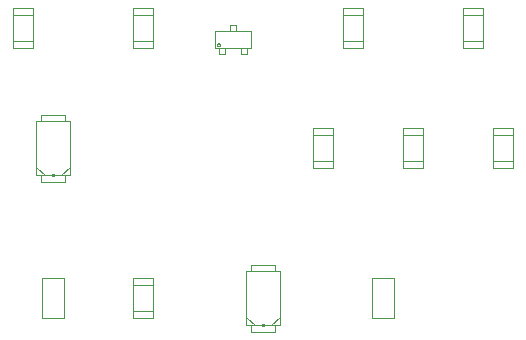
<source format=gbr>
%FSTAX23Y23*%
%MOIN*%
%SFA1B1*%

%IPPOS*%
%ADD21C,0.000000*%
%ADD22C,0.001000*%
%ADD23C,0.003937*%
%LNbattery_3.7_pcb_mechanical_13-1*%
%LPD*%
G54D21*
X05356Y02344D02*
D01*
X05355Y02344*
X05355Y02345*
X05355Y02345*
X05355Y02345*
X05355Y02346*
X05355Y02346*
X05355Y02346*
X05355Y02347*
X05355Y02347*
X05354Y02347*
X05354Y02347*
X05354Y02348*
X05354Y02348*
X05353Y02348*
X05353Y02348*
X05353Y02348*
X05352Y02349*
X05352Y02349*
X05352Y02349*
X05351Y02349*
X05351Y02349*
X05351Y02349*
X0535*
X0535Y02349*
X0535Y02349*
X05349Y02349*
X05349Y02349*
X05349Y02349*
X05348Y02348*
X05348Y02348*
X05348Y02348*
X05347Y02348*
X05347Y02348*
X05347Y02347*
X05347Y02347*
X05346Y02347*
X05346Y02347*
X05346Y02346*
X05346Y02346*
X05346Y02346*
X05346Y02345*
X05346Y02345*
X05346Y02345*
X05346Y02344*
X05346Y02344*
X05346Y02344*
X05346Y02343*
X05346Y02343*
X05346Y02343*
X05346Y02342*
X05346Y02342*
X05346Y02342*
X05346Y02341*
X05346Y02341*
X05347Y02341*
X05347Y02341*
X05347Y0234*
X05347Y0234*
X05348Y0234*
X05348Y0234*
X05348Y0234*
X05349Y02339*
X05349Y02339*
X05349Y02339*
X0535Y02339*
X0535Y02339*
X0535Y02339*
X05351*
X05351Y02339*
X05351Y02339*
X05352Y02339*
X05352Y02339*
X05352Y02339*
X05353Y0234*
X05353Y0234*
X05353Y0234*
X05354Y0234*
X05354Y0234*
X05354Y02341*
X05354Y02341*
X05355Y02341*
X05355Y02341*
X05355Y02342*
X05355Y02342*
X05355Y02342*
X05355Y02343*
X05355Y02343*
X05355Y02343*
X05355Y02344*
X05356Y02344*
X04803Y01911D02*
D01*
X04802Y01911*
X04802Y01911*
X04802Y01911*
X04802Y01911*
X04802Y01912*
X04802Y01912*
X04802Y01912*
X04802Y01912*
X04802Y01912*
X04802Y01912*
X04802Y01913*
X04802Y01913*
X04801Y01913*
X04801Y01913*
X04801Y01913*
X04801Y01913*
X04801Y01913*
X048Y01913*
X048Y01913*
X048Y01913*
X048Y01913*
X048Y01913*
X04799*
X04799Y01913*
X04799Y01913*
X04799Y01913*
X04799Y01913*
X04798Y01913*
X04798Y01913*
X04798Y01913*
X04798Y01913*
X04798Y01913*
X04797Y01913*
X04797Y01913*
X04797Y01912*
X04797Y01912*
X04797Y01912*
X04797Y01912*
X04797Y01912*
X04797Y01912*
X04797Y01911*
X04797Y01911*
X04797Y01911*
X04797Y01911*
X04797Y01911*
X04797Y0191*
X04797Y0191*
X04797Y0191*
X04797Y0191*
X04797Y01909*
X04797Y01909*
X04797Y01909*
X04797Y01909*
X04797Y01909*
X04797Y01909*
X04797Y01908*
X04797Y01908*
X04798Y01908*
X04798Y01908*
X04798Y01908*
X04798Y01908*
X04798Y01908*
X04799Y01908*
X04799Y01908*
X04799Y01908*
X04799Y01908*
X04799Y01908*
X048*
X048Y01908*
X048Y01908*
X048Y01908*
X048Y01908*
X04801Y01908*
X04801Y01908*
X04801Y01908*
X04801Y01908*
X04801Y01908*
X04802Y01908*
X04802Y01908*
X04802Y01909*
X04802Y01909*
X04802Y01909*
X04802Y01909*
X04802Y01909*
X04802Y01909*
X04802Y0191*
X04802Y0191*
X04802Y0191*
X04802Y0191*
X04803Y01911*
X05503Y01411D02*
D01*
X05502Y01411*
X05502Y01411*
X05502Y01411*
X05502Y01411*
X05502Y01412*
X05502Y01412*
X05502Y01412*
X05502Y01412*
X05502Y01412*
X05502Y01412*
X05502Y01413*
X05502Y01413*
X05501Y01413*
X05501Y01413*
X05501Y01413*
X05501Y01413*
X05501Y01413*
X055Y01413*
X055Y01413*
X055Y01413*
X055Y01413*
X055Y01413*
X05499*
X05499Y01413*
X05499Y01413*
X05499Y01413*
X05499Y01413*
X05498Y01413*
X05498Y01413*
X05498Y01413*
X05498Y01413*
X05498Y01413*
X05497Y01413*
X05497Y01413*
X05497Y01412*
X05497Y01412*
X05497Y01412*
X05497Y01412*
X05497Y01412*
X05497Y01412*
X05497Y01411*
X05497Y01411*
X05497Y01411*
X05497Y01411*
X05497Y01411*
X05497Y0141*
X05497Y0141*
X05497Y0141*
X05497Y0141*
X05497Y01409*
X05497Y01409*
X05497Y01409*
X05497Y01409*
X05497Y01409*
X05497Y01409*
X05497Y01408*
X05497Y01408*
X05498Y01408*
X05498Y01408*
X05498Y01408*
X05498Y01408*
X05498Y01408*
X05499Y01408*
X05499Y01408*
X05499Y01408*
X05499Y01408*
X05499Y01408*
X055*
X055Y01408*
X055Y01408*
X055Y01408*
X055Y01408*
X05501Y01408*
X05501Y01408*
X05501Y01408*
X05501Y01408*
X05501Y01408*
X05502Y01408*
X05502Y01408*
X05502Y01409*
X05502Y01409*
X05502Y01409*
X05502Y01409*
X05502Y01409*
X05502Y01409*
X05502Y0141*
X05502Y0141*
X05502Y0141*
X05502Y0141*
X05503Y01411*
G54D22*
X04665Y02334D02*
X04734D01*
X04665D02*
Y02466D01*
X04734*
Y02334D02*
Y02466D01*
X04665Y02444D02*
Y02466D01*
X04734*
Y02444D02*
Y02466D01*
X04665Y02444D02*
X04734D01*
Y02334D02*
Y02356D01*
X04665Y02334D02*
X04734D01*
X04665D02*
Y02356D01*
X04734*
X05341Y02334D02*
Y02389D01*
X05459*
Y02334D02*
Y02389D01*
X05341Y02334D02*
X05459D01*
X0539Y02389D02*
Y02411D01*
X0541*
Y02389D02*
Y02411D01*
X0539Y02389D02*
X0541D01*
X05446Y02313D02*
Y02334D01*
X05426Y02313D02*
X05446D01*
X05426D02*
Y02334D01*
X05446*
X05373Y02313D02*
Y02334D01*
X05353Y02313D02*
X05373D01*
X05353D02*
Y02334D01*
X05373*
X04761Y01911D02*
X04839D01*
X04761Y01888D02*
Y01911D01*
Y01888D02*
X04839D01*
Y01911*
X04761Y02089D02*
X04839D01*
Y02112*
X04761D02*
X04839D01*
X04761Y02089D02*
Y02112D01*
X04744Y01938D02*
X04772Y01911D01*
X04827D02*
X04855Y01938D01*
Y01911D02*
Y02089D01*
X04744D02*
X04855D01*
X04744Y01911D02*
Y02089D01*
Y01911D02*
X04855D01*
X05065Y02334D02*
X05134D01*
X05065D02*
Y02466D01*
X05134*
Y02334D02*
Y02466D01*
X05065Y02444D02*
Y02466D01*
X05134*
Y02444D02*
Y02466D01*
X05065Y02444D02*
X05134D01*
Y02334D02*
Y02356D01*
X05065Y02334D02*
X05134D01*
X05065D02*
Y02356D01*
X05134*
X06165Y02334D02*
X06234D01*
X06165D02*
Y02466D01*
X06234*
Y02334D02*
Y02466D01*
X06165Y02444D02*
Y02466D01*
X06234*
Y02444D02*
Y02466D01*
X06165Y02444D02*
X06234D01*
Y02334D02*
Y02356D01*
X06165Y02334D02*
X06234D01*
X06165D02*
Y02356D01*
X06234*
X05765Y02334D02*
X05834D01*
X05765D02*
Y02466D01*
X05834*
Y02334D02*
Y02466D01*
X05765Y02444D02*
Y02466D01*
X05834*
Y02444D02*
Y02466D01*
X05765Y02444D02*
X05834D01*
Y02334D02*
Y02356D01*
X05765Y02334D02*
X05834D01*
X05765D02*
Y02356D01*
X05834*
X06265Y01934D02*
X06334D01*
X06265D02*
Y02066D01*
X06334*
Y01934D02*
Y02066D01*
X06265Y02044D02*
Y02066D01*
X06334*
Y02044D02*
Y02066D01*
X06265Y02044D02*
X06334D01*
Y01934D02*
Y01956D01*
X06265Y01934D02*
X06334D01*
X06265D02*
Y01956D01*
X06334*
X05965Y01934D02*
X06034D01*
X05965D02*
Y02066D01*
X06034*
Y01934D02*
Y02066D01*
X05965Y02044D02*
Y02066D01*
X06034*
Y02044D02*
Y02066D01*
X05965Y02044D02*
X06034D01*
Y01934D02*
Y01956D01*
X05965Y01934D02*
X06034D01*
X05965D02*
Y01956D01*
X06034*
X05665Y01934D02*
X05734D01*
X05665D02*
Y02066D01*
X05734*
Y01934D02*
Y02066D01*
X05665Y02044D02*
Y02066D01*
X05734*
Y02044D02*
Y02066D01*
X05665Y02044D02*
X05734D01*
Y01934D02*
Y01956D01*
X05665Y01934D02*
X05734D01*
X05665D02*
Y01956D01*
X05734*
X05461Y01411D02*
X05539D01*
X05461Y01388D02*
Y01411D01*
Y01388D02*
X05539D01*
Y01411*
X05461Y01589D02*
X05539D01*
Y01612*
X05461D02*
X05539D01*
X05461Y01589D02*
Y01612D01*
X05444Y01438D02*
X05472Y01411D01*
X05527D02*
X05555Y01438D01*
Y01411D02*
Y01589D01*
X05444D02*
X05555D01*
X05444Y01411D02*
Y01589D01*
Y01411D02*
X05555D01*
X05065Y01434D02*
X05134D01*
X05065D02*
Y01566D01*
X05134*
Y01434D02*
Y01566D01*
X05065Y01544D02*
Y01566D01*
X05134*
Y01544D02*
Y01566D01*
X05065Y01544D02*
X05134D01*
Y01434D02*
Y01456D01*
X05065Y01434D02*
X05134D01*
X05065D02*
Y01456D01*
X05134*
G54D23*
X04835Y01433D02*
Y01566D01*
X04764Y01433D02*
Y01566D01*
X04835*
X04764Y01433D02*
X04835D01*
X05935D02*
Y01566D01*
X05864Y01433D02*
Y01566D01*
X05935*
X05864Y01433D02*
X05935D01*
M02*
</source>
